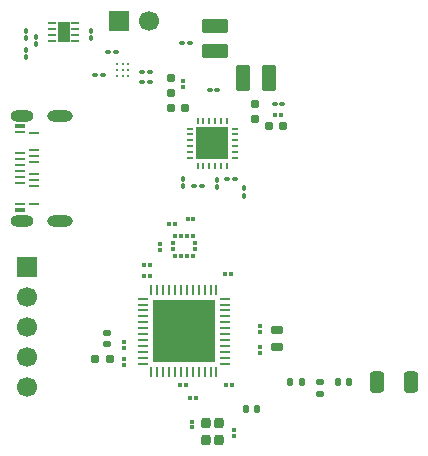
<source format=gts>
%TF.GenerationSoftware,KiCad,Pcbnew,9.0.6*%
%TF.CreationDate,2026-02-05T15:03:14-05:00*%
%TF.ProjectId,health_monitor,6865616c-7468-45f6-9d6f-6e69746f722e,rev?*%
%TF.SameCoordinates,Original*%
%TF.FileFunction,Soldermask,Top*%
%TF.FilePolarity,Negative*%
%FSLAX46Y46*%
G04 Gerber Fmt 4.6, Leading zero omitted, Abs format (unit mm)*
G04 Created by KiCad (PCBNEW 9.0.6) date 2026-02-05 15:03:14*
%MOMM*%
%LPD*%
G01*
G04 APERTURE LIST*
G04 Aperture macros list*
%AMRoundRect*
0 Rectangle with rounded corners*
0 $1 Rounding radius*
0 $2 $3 $4 $5 $6 $7 $8 $9 X,Y pos of 4 corners*
0 Add a 4 corners polygon primitive as box body*
4,1,4,$2,$3,$4,$5,$6,$7,$8,$9,$2,$3,0*
0 Add four circle primitives for the rounded corners*
1,1,$1+$1,$2,$3*
1,1,$1+$1,$4,$5*
1,1,$1+$1,$6,$7*
1,1,$1+$1,$8,$9*
0 Add four rect primitives between the rounded corners*
20,1,$1+$1,$2,$3,$4,$5,0*
20,1,$1+$1,$4,$5,$6,$7,0*
20,1,$1+$1,$6,$7,$8,$9,0*
20,1,$1+$1,$8,$9,$2,$3,0*%
G04 Aperture macros list end*
%ADD10O,1.955800X0.939800*%
%ADD11O,2.159000X0.939800*%
%ADD12R,0.812800X0.279400*%
%ADD13R,0.812800X0.330200*%
%ADD14RoundRect,0.100000X0.100000X-0.130000X0.100000X0.130000X-0.100000X0.130000X-0.100000X-0.130000X0*%
%ADD15RoundRect,0.075000X-0.075000X0.125000X-0.075000X-0.125000X0.075000X-0.125000X0.075000X0.125000X0*%
%ADD16RoundRect,0.150000X-0.400000X0.150000X-0.400000X-0.150000X0.400000X-0.150000X0.400000X0.150000X0*%
%ADD17RoundRect,0.100000X-0.130000X-0.100000X0.130000X-0.100000X0.130000X0.100000X-0.130000X0.100000X0*%
%ADD18RoundRect,0.100000X0.130000X0.100000X-0.130000X0.100000X-0.130000X-0.100000X0.130000X-0.100000X0*%
%ADD19RoundRect,0.250000X-0.375000X-0.850000X0.375000X-0.850000X0.375000X0.850000X-0.375000X0.850000X0*%
%ADD20RoundRect,0.250000X0.850000X-0.375000X0.850000X0.375000X-0.850000X0.375000X-0.850000X-0.375000X0*%
%ADD21R,0.330200X0.381000*%
%ADD22R,0.381000X0.330200*%
%ADD23RoundRect,0.140000X-0.140000X-0.170000X0.140000X-0.170000X0.140000X0.170000X-0.140000X0.170000X0*%
%ADD24RoundRect,0.140000X0.140000X0.170000X-0.140000X0.170000X-0.140000X-0.170000X0.140000X-0.170000X0*%
%ADD25C,0.279400*%
%ADD26RoundRect,0.075000X0.125000X0.075000X-0.125000X0.075000X-0.125000X-0.075000X0.125000X-0.075000X0*%
%ADD27RoundRect,0.075000X0.075000X-0.125000X0.075000X0.125000X-0.075000X0.125000X-0.075000X-0.125000X0*%
%ADD28R,1.700000X1.700000*%
%ADD29C,1.700000*%
%ADD30RoundRect,0.147500X-0.147500X-0.172500X0.147500X-0.172500X0.147500X0.172500X-0.147500X0.172500X0*%
%ADD31RoundRect,0.100000X-0.100000X0.130000X-0.100000X-0.130000X0.100000X-0.130000X0.100000X0.130000X0*%
%ADD32RoundRect,0.140000X-0.170000X0.140000X-0.170000X-0.140000X0.170000X-0.140000X0.170000X0.140000X0*%
%ADD33RoundRect,0.160000X-0.197500X-0.160000X0.197500X-0.160000X0.197500X0.160000X-0.197500X0.160000X0*%
%ADD34RoundRect,0.160000X-0.160000X0.197500X-0.160000X-0.197500X0.160000X-0.197500X0.160000X0.197500X0*%
%ADD35RoundRect,0.160000X0.197500X0.160000X-0.197500X0.160000X-0.197500X-0.160000X0.197500X-0.160000X0*%
%ADD36RoundRect,0.075000X-0.125000X-0.075000X0.125000X-0.075000X0.125000X0.075000X-0.125000X0.075000X0*%
%ADD37C,0.499999*%
%ADD38O,0.240000X0.599999*%
%ADD39O,0.599999X0.240000*%
%ADD40R,2.700000X2.700000*%
%ADD41RoundRect,0.250000X-0.350000X-0.650000X0.350000X-0.650000X0.350000X0.650000X-0.350000X0.650000X0*%
%ADD42R,0.812800X0.254000*%
%ADD43R,0.254000X0.812800*%
%ADD44R,5.257800X5.257800*%
%ADD45RoundRect,0.160000X0.160000X-0.197500X0.160000X0.197500X-0.160000X0.197500X-0.160000X-0.197500X0*%
%ADD46RoundRect,0.200000X-0.200000X0.250000X-0.200000X-0.250000X0.200000X-0.250000X0.200000X0.250000X0*%
%ADD47R,0.711200X0.279400*%
%ADD48R,0.990600X1.701800*%
%ADD49RoundRect,0.147500X-0.172500X0.147500X-0.172500X-0.147500X0.172500X-0.147500X0.172500X0.147500X0*%
G04 APERTURE END LIST*
D10*
%TO.C,J1*%
X121867400Y-54750001D03*
X121867400Y-45849999D03*
D11*
X125067399Y-54749953D03*
X125067399Y-45850047D03*
D12*
X121682399Y-53350000D03*
X121682399Y-51550315D03*
X121682399Y-51050189D03*
X121682399Y-50550063D03*
X121682399Y-50049937D03*
X121682399Y-49549811D03*
X121682399Y-49049685D03*
X121682399Y-47250000D03*
X122932399Y-47299993D03*
X122932399Y-48799685D03*
X122932399Y-49299811D03*
X122932399Y-49799937D03*
X122932399Y-50800063D03*
X122932399Y-51300189D03*
X122932399Y-51800315D03*
X122932399Y-53300007D03*
D13*
X121682407Y-53850001D03*
X121682407Y-46749999D03*
%TD*%
D14*
%TO.C,R8*%
X127700000Y-39320000D03*
X127700000Y-38680000D03*
%TD*%
D15*
%TO.C,C11*%
X142000000Y-65450000D03*
X142000000Y-65950000D03*
%TD*%
D16*
%TO.C,NX2012SA-1*%
X143500000Y-64000000D03*
X143500000Y-65400000D03*
%TD*%
D17*
%TO.C,C27*%
X135460000Y-39700000D03*
X136100000Y-39700000D03*
%TD*%
D14*
%TO.C,R7*%
X123100000Y-39820000D03*
X123100000Y-39180000D03*
%TD*%
D18*
%TO.C,C29*%
X143920000Y-44900000D03*
X143280000Y-44900000D03*
%TD*%
D19*
%TO.C,L2*%
X140625000Y-42700000D03*
X142775000Y-42700000D03*
%TD*%
D20*
%TO.C,L1*%
X138200000Y-40375000D03*
X138200000Y-38225000D03*
%TD*%
D18*
%TO.C,R12*%
X139920000Y-51200000D03*
X139280000Y-51200000D03*
%TD*%
D21*
%TO.C,U2*%
X134849999Y-57763600D03*
X135350000Y-57763600D03*
X135850000Y-57763600D03*
X136350001Y-57763600D03*
D22*
X136514400Y-57150000D03*
X136514400Y-56650000D03*
D21*
X136350001Y-56036400D03*
X135850000Y-56036400D03*
X135350000Y-56036400D03*
X134849999Y-56036400D03*
D22*
X134685600Y-56650000D03*
X134685600Y-57150000D03*
%TD*%
D14*
%TO.C,C30*%
X140700000Y-52620000D03*
X140700000Y-51980000D03*
%TD*%
D15*
%TO.C,C20*%
X133600000Y-56750000D03*
X133600000Y-57250000D03*
%TD*%
D23*
%TO.C,C32*%
X144620000Y-68400000D03*
X145580000Y-68400000D03*
%TD*%
D24*
%TO.C,C6*%
X141780000Y-70700000D03*
X140820000Y-70700000D03*
%TD*%
D25*
%TO.C,U5*%
X130900000Y-42500126D03*
X130399874Y-42500126D03*
X129899748Y-42500126D03*
X130900000Y-42000000D03*
X130399874Y-42000000D03*
X129899748Y-42000000D03*
X130900000Y-41499874D03*
X130399874Y-41499874D03*
X129899748Y-41499874D03*
%TD*%
D26*
%TO.C,C9*%
X132750000Y-59400000D03*
X132250000Y-59400000D03*
%TD*%
D27*
%TO.C,C5*%
X130500000Y-65550000D03*
X130500000Y-65050000D03*
%TD*%
D14*
%TO.C,R10*%
X122200000Y-39320000D03*
X122200000Y-38680000D03*
%TD*%
D27*
%TO.C,C13*%
X139800000Y-72950000D03*
X139800000Y-72450000D03*
%TD*%
D15*
%TO.C,C10*%
X130500000Y-66450000D03*
X130500000Y-66950000D03*
%TD*%
D17*
%TO.C,C31*%
X136480000Y-51800000D03*
X137120000Y-51800000D03*
%TD*%
D28*
%TO.C,J3*%
X122300000Y-58660000D03*
D29*
X122300000Y-61200000D03*
X122300000Y-63740000D03*
X122300000Y-66280000D03*
X122300000Y-68820000D03*
%TD*%
D30*
%TO.C,L3*%
X148615000Y-68400000D03*
X149585000Y-68400000D03*
%TD*%
D31*
%TO.C,R6*%
X138400000Y-51280000D03*
X138400000Y-51920000D03*
%TD*%
D26*
%TO.C,C3*%
X132750000Y-58500000D03*
X132250000Y-58500000D03*
%TD*%
D14*
%TO.C,R9*%
X122200000Y-40920000D03*
X122200000Y-40280000D03*
%TD*%
D32*
%TO.C,C4*%
X129100000Y-64220000D03*
X129100000Y-65180000D03*
%TD*%
D33*
%TO.C,R1*%
X128102500Y-66500000D03*
X129297500Y-66500000D03*
%TD*%
D34*
%TO.C,R5*%
X141600000Y-44902500D03*
X141600000Y-46097500D03*
%TD*%
D26*
%TO.C,C21*%
X134850000Y-55000000D03*
X134350000Y-55000000D03*
%TD*%
D35*
%TO.C,R3*%
X135697500Y-45200000D03*
X134502500Y-45200000D03*
%TD*%
D36*
%TO.C,C19*%
X135900000Y-54600000D03*
X136400000Y-54600000D03*
%TD*%
D37*
%TO.C,U4*%
X138000000Y-47100000D03*
D38*
X136750000Y-50099999D03*
X137249999Y-50099999D03*
X137750000Y-50099999D03*
X138250000Y-50099999D03*
X138750001Y-50099999D03*
X139250000Y-50099999D03*
D39*
X139899999Y-49450000D03*
X139899999Y-48950001D03*
X139899999Y-48450000D03*
X139899999Y-47950000D03*
X139899999Y-47449999D03*
X139899999Y-46950000D03*
D38*
X139250000Y-46300001D03*
X138750001Y-46300001D03*
X138250000Y-46300001D03*
X137750000Y-46300001D03*
X137249999Y-46300001D03*
X136750000Y-46300001D03*
D39*
X136100001Y-46950000D03*
X136100001Y-47449999D03*
X136100001Y-47950000D03*
X136100001Y-48450000D03*
X136100001Y-48950001D03*
X136100001Y-49450000D03*
D40*
X138000000Y-48200000D03*
D37*
X136900000Y-48200000D03*
X138000000Y-49300000D03*
X138000000Y-48200000D03*
X139100000Y-48200000D03*
%TD*%
D36*
%TO.C,C2*%
X139050000Y-59300000D03*
X139550000Y-59300000D03*
%TD*%
D41*
%TO.C,AE1*%
X151950000Y-68400000D03*
X154850000Y-68400000D03*
%TD*%
D14*
%TO.C,C24*%
X135500000Y-51820000D03*
X135500000Y-51180000D03*
%TD*%
D36*
%TO.C,C8*%
X139150000Y-68700000D03*
X139650000Y-68700000D03*
%TD*%
D17*
%TO.C,C22*%
X128079874Y-42400126D03*
X128719874Y-42400126D03*
%TD*%
D42*
%TO.C,MCU1*%
X139054400Y-66850693D03*
X139054400Y-66350567D03*
X139054400Y-65850441D03*
X139054400Y-65350315D03*
X139054400Y-64850189D03*
X139054400Y-64350063D03*
X139054400Y-63849937D03*
X139054400Y-63349811D03*
X139054400Y-62849685D03*
X139054400Y-62349559D03*
X139054400Y-61849433D03*
X139054400Y-61349307D03*
D43*
X138350693Y-60645600D03*
X137850567Y-60645600D03*
X137350441Y-60645600D03*
X136850315Y-60645600D03*
X136350189Y-60645600D03*
X135850063Y-60645600D03*
X135349937Y-60645600D03*
X134849811Y-60645600D03*
X134349685Y-60645600D03*
X133849559Y-60645600D03*
X133349433Y-60645600D03*
X132849307Y-60645600D03*
D42*
X132145600Y-61349307D03*
X132145600Y-61849433D03*
X132145600Y-62349559D03*
X132145600Y-62849685D03*
X132145600Y-63349811D03*
X132145600Y-63849937D03*
X132145600Y-64350063D03*
X132145600Y-64850189D03*
X132145600Y-65350315D03*
X132145600Y-65850441D03*
X132145600Y-66350567D03*
X132145600Y-66850693D03*
D43*
X132849307Y-67554400D03*
X133349433Y-67554400D03*
X133849559Y-67554400D03*
X134349685Y-67554400D03*
X134849811Y-67554400D03*
X135349937Y-67554400D03*
X135850063Y-67554400D03*
X136350189Y-67554400D03*
X136850315Y-67554400D03*
X137350441Y-67554400D03*
X137850567Y-67554400D03*
X138350693Y-67554400D03*
D44*
X135600000Y-64100000D03*
%TD*%
D18*
%TO.C,R11*%
X132719874Y-43000000D03*
X132079874Y-43000000D03*
%TD*%
D27*
%TO.C,C14*%
X136300000Y-72250000D03*
X136300000Y-71750000D03*
%TD*%
D26*
%TO.C,C7*%
X136650000Y-69800000D03*
X136150000Y-69800000D03*
%TD*%
%TO.C,C28*%
X143850000Y-45800000D03*
X143350000Y-45800000D03*
%TD*%
D28*
%TO.C,J2*%
X130125000Y-37800000D03*
D29*
X132665000Y-37800000D03*
%TD*%
D18*
%TO.C,R13*%
X132719874Y-42200126D03*
X132079874Y-42200126D03*
%TD*%
D33*
%TO.C,R4*%
X142802500Y-46700000D03*
X143997500Y-46700000D03*
%TD*%
D45*
%TO.C,R2*%
X134500000Y-43897500D03*
X134500000Y-42702500D03*
%TD*%
D46*
%TO.C,CX2016FB-1*%
X137450000Y-71900000D03*
X137450000Y-73300000D03*
X138550000Y-73300000D03*
X138550000Y-71900000D03*
%TD*%
D15*
%TO.C,C26*%
X135500000Y-42950000D03*
X135500000Y-43450000D03*
%TD*%
D47*
%TO.C,U3*%
X124400000Y-38000000D03*
X124400000Y-38500126D03*
X124400000Y-39000252D03*
X124400000Y-39500378D03*
X126406600Y-39500378D03*
X126406600Y-39000252D03*
X126406600Y-38500126D03*
X126406600Y-38000000D03*
D48*
X125403300Y-38750189D03*
%TD*%
D26*
%TO.C,C1*%
X135750000Y-68700000D03*
X135250000Y-68700000D03*
%TD*%
D18*
%TO.C,C25*%
X138420000Y-43700000D03*
X137780000Y-43700000D03*
%TD*%
%TO.C,C23*%
X129820000Y-40500000D03*
X129180000Y-40500000D03*
%TD*%
D15*
%TO.C,C12*%
X142000000Y-63650000D03*
X142000000Y-64150000D03*
%TD*%
D49*
%TO.C,L4*%
X147100000Y-68415000D03*
X147100000Y-69385000D03*
%TD*%
M02*

</source>
